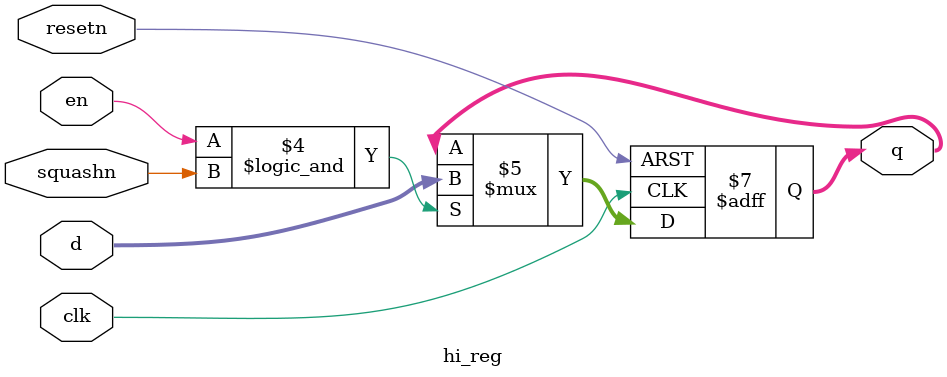
<source format=v>
/****************************************************************************
          Generic Register
****************************************************************************/
module hi_reg(d,clk,resetn,squashn,en,q);
parameter WIDTH=32;

input clk;
input resetn;
input squashn;
input en;
input [WIDTH-1:0] d;
output [WIDTH-1:0] q;
reg [WIDTH-1:0] q;

always @(posedge clk or negedge resetn)		//asynchronous reset
begin
	if (resetn==0)
		q<=0;
	else if (en==1 && squashn)
		q<=d;
end

endmodule


</source>
